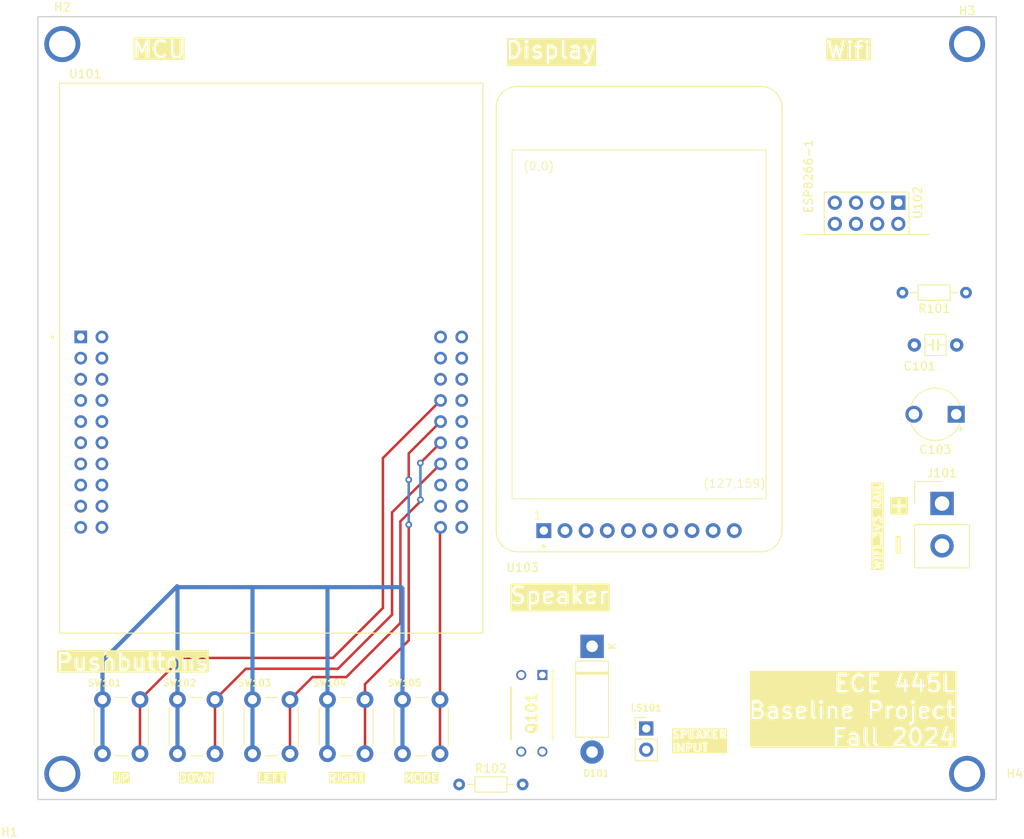
<source format=kicad_pcb>
(kicad_pcb (version 20240108) (generator "pcbnew") (generator_version "8.0")
  (title_block (title "ECE 445L Baseline Project") (date "2024-08-07") (rev "v1.0.1") (company "The University of Texas at Austin"))
  (layers (0 "F.Cu" signal) (31 "B.Cu" signal) (34 "B.Paste" user) (35 "F.Paste" user) (36 "B.SilkS" user "B.Silkscreen") (37 "F.SilkS" user "F.Silkscreen") (38 "B.Mask" user) (39 "F.Mask" user) (44 "Edge.Cuts" user))
  (net 0 "")
  (net 1 "/WIFI_3V3")
  (net 2 "GND")
  (net 3 "+3V3")
  (net 4 "Net-(D101-A)")
  (net 5 "Net-(U102-Ch_PD)")
  (net 7 "+5V")
  (net 8 "PB1")
  (net 9 "PC4")
  (net 10 "PC7")
  (net 11 "PC6")
  (net 12 "PC5")
  (net 13 "PF4")
  (net 14 "PA4")
  (net 15 "PD0")
  (net 16 "PB0")
  (net 17 "PE5")
  (net 18 "PE2")
  (net 19 "PB7")
  (net 20 "PD3")
  (net 21 "PA3")
  (net 22 "PE0")
  (net 23 "PD6")
  (net 24 "PB2")
  (net 25 "PA6")
  (net 26 "PE1")
  (net 27 "PD7")
  (net 28 "PA7")
  (net 29 "PE3")
  (net 30 "Net-(Q101-G)")
  (net 31 "PE4")
  (net 32 "PB5")
  (net 33 "PD2")
  (net 34 "PB6")
  (net 35 "PD1")
  (net 36 "PF3")
  (net 37 "PF0")
  (net 38 "PF2")
  (net 39 "PB3")
  (net 40 "PB4")
  (net 41 "PA2")
  (net 42 "PF1")
  (net 43 "PA5")
  (footprint "ECE445L:MountingHole_4_40" (layer "F.Cu") (at 143.51 34.29)
    (property "Reference" "H3" (at 0 -4 0) (layer "F.SilkS"))
    (property "Value" "~")
    (pad "1" thru_hole circle (at 0 0) (size 4.318 4.318) (drill 3.175) (layers "*.Cu" "*.Mask"))
  )
  (footprint "ECE445L:CP_Radial_Tantal200mil" (layer "F.Cu") (at 142.2 78.74 180)
    (property "Reference" "C103" (at 2.5 -4.25 180) (layer "F.SilkS"))
    (property "Value" "4.7uF")
    (fp_line (start -0.539749 -2.055) (end -0.539749 -1.455) (stroke (width 0.12)) (layer "F.SilkS"))
    (fp_line (start -0.839749 -1.755) (end -0.239749 -1.755) (stroke (width 0.12)) (layer "F.SilkS"))
    (fp_arc (start 5.434416 1.0922) (mid 2.5 3.1522) (end -0.434416 1.0922) (stroke (width 0.12)) (layer "F.SilkS"))
    (fp_arc (start -0.434416 -1.0922) (mid 2.5 -3.1522) (end 5.434416 -1.0922) (stroke (width 0.12)) (layer "F.SilkS"))
    (pad "1" thru_hole rect (at 0 0 180) (size 2.032 2.032) (drill 1.27) (layers "*.Cu" "*.Mask") (net 1 "/WIFI_3V3"))
    (pad "2" thru_hole circle (at 5.08 0 180) (size 2.032 2.032) (drill 1.27) (layers "*.Cu" "*.Mask") (net 2 "GND"))
  )
  (footprint "ECE445L:R_Axial_DIN0204_L3.6mm_D1.6mm_P7.62mm_Horizontal" (layer "F.Cu") (at 82.55 123.19)
    (property "Reference" "R102" (at 3.81 -1.92 0) (layer "F.SilkS"))
    (property "Value" "10k")
    (fp_line (start 0.94 0) (end 1.89 0) (stroke (width 0.12)) (layer "F.SilkS"))
    (fp_line (start 1.89 -0.92) (end 1.89 0.92) (stroke (width 0.12)) (layer "F.SilkS"))
    (fp_line (start 1.89 0.92) (end 5.73 0.92) (stroke (width 0.12)) (layer "F.SilkS"))
    (fp_line (start 5.73 -0.92) (end 1.89 -0.92) (stroke (width 0.12)) (layer "F.SilkS"))
    (fp_line (start 5.73 0.92) (end 5.73 -0.92) (stroke (width 0.12)) (layer "F.SilkS"))
    (fp_line (start 6.68 0) (end 5.73 0) (stroke (width 0.12)) (layer "F.SilkS"))
    (pad "1" thru_hole circle (at 0 0) (size 1.4 1.4) (drill 0.7) (layers "*.Cu" "*.Mask") (net 8 "PB1"))
    (pad "2" thru_hole oval (at 7.62 0) (size 1.4 1.4) (drill 0.7) (layers "*.Cu" "*.Mask") (net 30 "Net-(Q101-G)"))
  )
  (footprint "ECE445L:MountingHole_4_40" (layer "F.Cu") (at 34.925 121.92)
    (property "Reference" "H1" (at -6.35 6.985 0) (layer "F.SilkS"))
    (property "Value" "~")
    (pad "1" thru_hole circle (at 0 0) (size 4.318 4.318) (drill 3.175) (layers "*.Cu" "*.Mask"))
  )
  (footprint "Diode_THT:D_5W_P12.70mm_Horizontal" (layer "F.Cu") (at 98.5 106.6 -90)
    (property "Reference" "D101" (at 15.25 -0.5 0) (layer "F.SilkS") (effects (font (size 0.8 0.8))))
    (property "Value" "1V0")
    (fp_line (start 1.78 1.97) (end 10.92 1.97) (stroke (width 0.12)) (layer "F.SilkS"))
    (fp_line (start 10.92 1.97) (end 10.92 -1.97) (stroke (width 0.12)) (layer "F.SilkS"))
    (fp_line (start 1.64 0) (end 1.78 0) (stroke (width 0.12)) (layer "F.SilkS"))
    (fp_line (start 11.06 0) (end 10.92 0) (stroke (width 0.12)) (layer "F.SilkS"))
    (fp_line (start 1.78 -1.97) (end 1.78 1.97) (stroke (width 0.12)) (layer "F.SilkS"))
    (fp_line (start 3.115 -1.97) (end 3.115 1.97) (stroke (width 0.12)) (layer "F.SilkS"))
    (fp_line (start 3.235 -1.97) (end 3.235 1.97) (stroke (width 0.12)) (layer "F.SilkS"))
    (fp_line (start 3.355 -1.97) (end 3.355 1.97) (stroke (width 0.12)) (layer "F.SilkS"))
    (fp_line (start 10.92 -1.97) (end 1.78 -1.97) (stroke (width 0.12)) (layer "F.SilkS"))
    (fp_text user "K" (at 0 -2.4 90) (layer "F.SilkS") (effects (font (size 0.8 0.8))))
    (pad "1" thru_hole rect (at 0 0 270) (size 2.8 2.8) (drill 1.4) (layers "*.Cu" "*.Mask") (net 3 "+3V3"))
    (pad "2" thru_hole oval (at 12.7 0 270) (size 2.8 2.8) (drill 1.4) (layers "*.Cu" "*.Mask") (net 4 "Net-(D101-A)"))
  )
  (footprint "Button_Switch_THT:SW_PUSH_6mm" (layer "F.Cu") (at 57.75 119.5 90)
    (property "Reference" "SW103" (at 8.5 0.25 180) (layer "F.SilkS") (effects (font (size 0.8 0.8))))
    (property "Value" "LEFT")
    (fp_line (start 5.5 -1) (end 1 -1) (stroke (width 0.12)) (layer "F.SilkS"))
    (fp_line (start -0.25 1.5) (end -0.25 3) (stroke (width 0.12)) (layer "F.SilkS"))
    (fp_line (start 6.75 3) (end 6.75 1.5) (stroke (width 0.12)) (layer "F.SilkS"))
    (fp_line (start 1 5.5) (end 5.5 5.5) (stroke (width 0.12)) (layer "F.SilkS"))
    (pad "1" thru_hole circle (at 0 0 180) (size 2 2) (drill 1.1) (layers "*.Cu" "*.Mask") (net 2 "GND"))
    (pad "1" thru_hole circle (at 6.5 0 180) (size 2 2) (drill 1.1) (layers "*.Cu" "*.Mask") (net 2 "GND"))
    (pad "2" thru_hole circle (at 0 4.5 180) (size 2 2) (drill 1.1) (layers "*.Cu" "*.Mask") (net 11 "PC6"))
    (pad "2" thru_hole circle (at 6.5 4.5 180) (size 2 2) (drill 1.1) (layers "*.Cu" "*.Mask") (net 11 "PC6"))
  )
  (footprint "Button_Switch_THT:SW_PUSH_6mm" (layer "F.Cu") (at 39.75 119.5 90)
    (property "Reference" "SW101" (at 8.5 0.25 180) (layer "F.SilkS") (effects (font (size 0.8 0.8))))
    (property "Value" "UP")
    (fp_line (start 5.5 -1) (end 1 -1) (stroke (width 0.12)) (layer "F.SilkS"))
    (fp_line (start -0.25 1.5) (end -0.25 3) (stroke (width 0.12)) (layer "F.SilkS"))
    (fp_line (start 6.75 3) (end 6.75 1.5) (stroke (width 0.12)) (layer "F.SilkS"))
    (fp_line (start 1 5.5) (end 5.5 5.5) (stroke (width 0.12)) (layer "F.SilkS"))
    (pad "1" thru_hole circle (at 0 0 180) (size 2 2) (drill 1.1) (layers "*.Cu" "*.Mask") (net 2 "GND"))
    (pad "1" thru_hole circle (at 6.5 0 180) (size 2 2) (drill 1.1) (layers "*.Cu" "*.Mask") (net 2 "GND"))
    (pad "2" thru_hole circle (at 0 4.5 180) (size 2 2) (drill 1.1) (layers "*.Cu" "*.Mask") (net 9 "PC4"))
    (pad "2" thru_hole circle (at 6.5 4.5 180) (size 2 2) (drill 1.1) (layers "*.Cu" "*.Mask") (net 9 "PC4"))
  )
  (footprint "Button_Switch_THT:SW_PUSH_6mm" (layer "F.Cu") (at 48.75 119.5 90)
    (property "Reference" "SW102" (at 8.5 0.25 180) (layer "F.SilkS") (effects (font (size 0.8 0.8))))
    (property "Value" "DOWN")
    (fp_line (start 5.5 -1) (end 1 -1) (stroke (width 0.12)) (layer "F.SilkS"))
    (fp_line (start -0.25 1.5) (end -0.25 3) (stroke (width 0.12)) (layer "F.SilkS"))
    (fp_line (start 6.75 3) (end 6.75 1.5) (stroke (width 0.12)) (layer "F.SilkS"))
    (fp_line (start 1 5.5) (end 5.5 5.5) (stroke (width 0.12)) (layer "F.SilkS"))
    (pad "1" thru_hole circle (at 0 0 180) (size 2 2) (drill 1.1) (layers "*.Cu" "*.Mask") (net 2 "GND"))
    (pad "1" thru_hole circle (at 6.5 0 180) (size 2 2) (drill 1.1) (layers "*.Cu" "*.Mask") (net 2 "GND"))
    (pad "2" thru_hole circle (at 0 4.5 180) (size 2 2) (drill 1.1) (layers "*.Cu" "*.Mask") (net 10 "PC7"))
    (pad "2" thru_hole circle (at 6.5 4.5 180) (size 2 2) (drill 1.1) (layers "*.Cu" "*.Mask") (net 10 "PC7"))
  )
  (footprint "ECE445L:MountingHole_4_40" (layer "F.Cu") (at 143.51 121.92)
    (property "Reference" "H4" (at 5.715 0 0) (layer "F.SilkS"))
    (property "Value" "~")
    (pad "1" thru_hole circle (at 0 0) (size 4.318 4.318) (drill 3.175) (layers "*.Cu" "*.Mask"))
  )
  (footprint "ECE445L:DIP920W60P254L490H457Q4N" (layer "F.Cu") (at 91.27 114.648 -90)
    (property "Reference" "Q101" (at 0 0 -90) (layer "F.SilkS") (effects (font (size 1.27 1.27) (thickness 0.254))))
    (property "Value" "IRLD024PBF" (hide yes))
    (fp_line (start -3.145 2.5) (end 3.145 2.5) (stroke (width 0.2)) (layer "F.SilkS"))
    (fp_line (start -5.202 -2.5) (end 3.145 -2.5) (stroke (width 0.2)) (layer "F.SilkS"))
    (pad "1" thru_hole rect (at -4.602 -1.27 270) (size 1.2 1.2) (drill 0.8) (layers "*.Cu" "*.Mask") (net 4 "Net-(D101-A)"))
    (pad "2" thru_hole circle (at -4.602 1.27 270) (size 1.2 1.2) (drill 0.8) (layers "*.Cu" "*.Mask") (net 4 "Net-(D101-A)"))
    (pad "3" thru_hole circle (at 4.602 1.27 270) (size 1.2 1.2) (drill 0.8) (layers "*.Cu" "*.Mask") (net 30 "Net-(Q101-G)"))
    (pad "4" thru_hole circle (at 4.602 -1.27 270) (size 1.2 1.2) (drill 0.8) (layers "*.Cu" "*.Mask") (net 2 "GND"))
  )
  (footprint "ECE445L:R_Axial_DIN0204_L3.6mm_D1.6mm_P7.62mm_Horizontal" (layer "F.Cu") (at 143.37 64.135 180)
    (property "Reference" "R101" (at 3.81 -1.92 180) (layer "F.SilkS"))
    (property "Value" "10k")
    (fp_line (start 6.68 0) (end 5.73 0) (stroke (width 0.12)) (layer "F.SilkS"))
    (fp_line (start 5.73 0.92) (end 5.73 -0.92) (stroke (width 0.12)) (layer "F.SilkS"))
    (fp_line (start 5.73 -0.92) (end 1.89 -0.92) (stroke (width 0.12)) (layer "F.SilkS"))
    (fp_line (start 1.89 0.92) (end 5.73 0.92) (stroke (width 0.12)) (layer "F.SilkS"))
    (fp_line (start 1.89 -0.92) (end 1.89 0.92) (stroke (width 0.12)) (layer "F.SilkS"))
    (fp_line (start 0.94 0) (end 1.89 0) (stroke (width 0.12)) (layer "F.SilkS"))
    (pad "1" thru_hole circle (at 0 0 180) (size 1.4 1.4) (drill 0.7) (layers "*.Cu" "*.Mask") (net 1 "/WIFI_3V3"))
    (pad "2" thru_hole oval (at 7.62 0 180) (size 1.4 1.4) (drill 0.7) (layers "*.Cu" "*.Mask") (net 5 "Net-(U102-Ch_PD)"))
  )
  (footprint "Connector_PinHeader_2.54mm:PinHeader_1x02_P2.54mm_Vertical" (layer "F.Cu") (at 105 116.475)
    (property "Reference" "LS101" (at 0 -2.475 180) (layer "F.SilkS") (effects (font (size 0.8 0.8))))
    (property "Value" "Speaker")
    (fp_line (start -1.33 -1.33) (end 0 -1.33) (stroke (width 0.12)) (layer "F.SilkS"))
    (fp_line (start -1.33 0) (end -1.33 -1.33) (stroke (width 0.12)) (layer "F.SilkS"))
    (fp_line (start -1.33 1.27) (end -1.33 3.87) (stroke (width 0.12)) (layer "F.SilkS"))
    (fp_line (start -1.33 1.27) (end 1.33 1.27) (stroke (width 0.12)) (layer "F.SilkS"))
    (fp_line (start -1.33 3.87) (end 1.33 3.87) (stroke (width 0.12)) (layer "F.SilkS"))
    (fp_line (start 1.33 1.27) (end 1.33 3.87) (stroke (width 0.12)) (layer "F.SilkS"))
    (pad "1" thru_hole rect (at 0 0) (size 1.7 1.7) (drill 1) (layers "*.Cu" "*.Mask") (net 3 "+3V3"))
    (pad "2" thru_hole oval (at 0 2.54) (size 1.7 1.7) (drill 1) (layers "*.Cu" "*.Mask") (net 4 "Net-(D101-A)"))
  )
  (footprint "ECE445L:MountingHole_4_40" (layer "F.Cu") (at 34.925 34.29)
    (property "Reference" "H2" (at 0 -4.445 0) (layer "F.SilkS"))
    (property "Value" "~")
    (pad "1" thru_hole circle (at 0 0) (size 4.318 4.318) (drill 3.175) (layers "*.Cu" "*.Mask"))
  )
  (footprint "Button_Switch_THT:SW_PUSH_6mm" (layer "F.Cu") (at 75.75 119.5 90)
    (property "Reference" "SW105" (at 8.5 0.25 180) (layer "F.SilkS") (effects (font (size 0.8 0.8))))
    (property "Value" "MODE")
    (fp_line (start 5.5 -1) (end 1 -1) (stroke (width 0.12)) (layer "F.SilkS"))
    (fp_line (start -0.25 1.5) (end -0.25 3) (stroke (width 0.12)) (layer "F.SilkS"))
    (fp_line (start 6.75 3) (end 6.75 1.5) (stroke (width 0.12)) (layer "F.SilkS"))
    (fp_line (start 1 5.5) (end 5.5 5.5) (stroke (width 0.12)) (layer "F.SilkS"))
    (pad "1" thru_hole circle (at 0 0 180) (size 2 2) (drill 1.1) (layers "*.Cu" "*.Mask") (net 2 "GND"))
    (pad "1" thru_hole circle (at 6.5 0 180) (size 2 2) (drill 1.1) (layers "*.Cu" "*.Mask") (net 2 "GND"))
    (pad "2" thru_hole circle (at 0 4.5 180) (size 2 2) (drill 1.1) (layers "*.Cu" "*.Mask") (net 13 "PF4"))
    (pad "2" thru_hole circle (at 6.5 4.5 180) (size 2 2) (drill 1.1) (layers "*.Cu" "*.Mask") (net 13 "PF4"))
  )
  (footprint "ECE445L:PinHeader_2x04_P2.54mm_Vertical" (layer "F.Cu") (at 135.255 53.335 -90)
    (property "Reference" "U102" (at 0 -2.33 90) (layer "F.SilkS"))
    (property "Value" "ESP8266-1" (at -3.175 10.795 90) (layer "F.SilkS"))
    (fp_line (start -1.27 8.89) (end 3.81 8.89) (stroke (width 0.12)) (layer "F.SilkS"))
    (fp_line (start -1.27 -1.27) (end -1.27 8.89) (stroke (width 0.12)) (layer "F.SilkS"))
    (fp_line (start -1.27 -1.27) (end 3.81 -1.27) (stroke (width 0.12)) (layer "F.SilkS"))
    (fp_line (start 3.81 -3.81) (end 3.81 11.43) (stroke (width 0.12)) (layer "F.SilkS"))
    (pad "1" thru_hole rect (at 0 0 270) (size 1.7 1.7) (drill 1) (layers "*.Cu" "*.Mask") (net 27 "PD7"))
    (pad "2" thru_hole oval (at 0 2.54 270) (size 1.7 1.7) (drill 1) (layers "*.Cu" "*.Mask") (net 1 "/WIFI_3V3"))
    (pad "3" thru_hole oval (at 0 5.08 270) (size 1.7 1.7) (drill 1) (layers "*.Cu" "*.Mask") (net 40 "PB4"))
    (pad "4" thru_hole oval (at 0 7.62 270) (size 1.7 1.7) (drill 1) (layers "*.Cu" "*.Mask") (net 2 "GND"))
    (pad "5" thru_hole oval (at 2.54 7.62 270) (size 1.7 1.7) (drill 1) (layers "*.Cu" "*.Mask") (net 23 "PD6"))
    (pad "6" thru_hole oval (at 2.54 5.08 270) (size 1.7 1.7) (drill 1) (layers "*.Cu" "*.Mask") (net 5 "Net-(U102-Ch_PD)"))
    (pad "7" thru_hole oval (at 2.54 2.54 270) (size 1.7 1.7) (drill 1) (layers "*.Cu" "*.Mask") (net 32 "PB5"))
    (pad "8" thru_hole oval (at 2.54 0 270) (size 1.7 1.7) (drill 1) (layers "*.Cu" "*.Mask") (net 1 "/WIFI_3V3"))
  )
  (footprint "ECE445L:ti_EKTM4C123GXL" (layer "F.Cu") (at 60 72)
    (property "Reference" "U101" (at -22.325 -34.135 0) (layer "F.SilkS"))
    (property "Value" "EK-TM4C123GXL")
    (fp_line (start -25.4 -33.02) (end -25.4 33.02) (stroke (width 0.127)) (layer "F.SilkS"))
    (fp_line (start -25.4 33.02) (end 25.4 33.02) (stroke (width 0.127)) (layer "F.SilkS"))
    (fp_line (start 25.4 -33.02) (end -25.4 -33.02) (stroke (width 0.127)) (layer "F.SilkS"))
    (fp_line (start 25.4 33.02) (end 25.4 -33.02) (stroke (width 0.127)) (layer "F.SilkS"))
    (fp_circle (center -26.25 -2.54) (end -26.15 -2.54) (stroke (width 0.2)) (fill none) (layer "F.SilkS"))
    (pad "J1_1" thru_hole rect (at -22.86 -2.54) (size 1.52 1.52) (drill 0.89) (layers "*.Cu" "*.Mask") (net 3 "+3V3"))
    (pad "J1_2" thru_hole circle (at -22.86 0) (size 1.52 1.52) (drill 0.89) (layers "*.Cu" "*.Mask") (net 32 "PB5"))
    (pad "J1_3" thru_hole circle (at -22.86 2.54) (size 1.52 1.52) (drill 0.89) (layers "*.Cu" "*.Mask") (net 16 "PB0"))
    (pad "J1_4" thru_hole circle (at -22.86 5.08) (size 1.52 1.52) (drill 0.89) (layers "*.Cu" "*.Mask") (net 8 "PB1"))
    (pad "J1_5" thru_hole circle (at -22.86 7.62) (size 1.52 1.52) (drill 0.89) (layers "*.Cu" "*.Mask") (net 31 "PE4"))
    (pad "J1_6" thru_hole circle (at -22.86 10.16) (size 1.52 1.52) (drill 0.89) (layers "*.Cu" "*.Mask") (net 17 "PE5"))
    (pad "J1_7" thru_hole circle (at -22.86 12.7) (size 1.52 1.52) (drill 0.89) (layers "*.Cu" "*.Mask") (net 40 "PB4"))
    (pad "J1_8" thru_hole circle (at -22.86 15.24) (size 1.52 1.52) (drill 0.89) (layers "*.Cu" "*.Mask") (net 43 "PA5"))
    (pad "J1_9" thru_hole circle (at -22.86 17.78) (size 1.52 1.52) (drill 0.89) (layers "*.Cu" "*.Mask") (net 25 "PA6"))
    (pad "J1_10" thru_hole circle (at -22.86 20.32) (size 1.52 1.52) (drill 0.89) (layers "*.Cu" "*.Mask") (net 28 "PA7"))
    (pad "J2_1" thru_hole circle (at 22.86 -2.54) (size 1.52 1.52) (drill 0.89) (layers "*.Cu" "*.Mask") (net 2 "GND"))
    (pad "J2_2" thru_hole circle (at 22.86 0) (size 1.52 1.52) (drill 0.89) (layers "*.Cu" "*.Mask") (net 24 "PB2"))
    (pad "J2_3" thru_hole circle (at 22.86 2.54) (size 1.52 1.52) (drill 0.89) (layers "*.Cu" "*.Mask") (net 22 "PE0"))
    (pad "J2_4" thru_hole circle (at 22.86 5.08) (size 1.52 1.52) (drill 0.89) (layers "*.Cu" "*.Mask") (net 37 "PF0"))
    (pad "J2_5" thru_hole circle (at 22.86 7.62) (size 1.52 1.52) (drill 0.89) (layers "*.Cu" "*.Mask"))
    (pad "J2_6" thru_hole circle (at 22.86 10.16) (size 1.52 1.52) (drill 0.89) (layers "*.Cu" "*.Mask") (net 19 "PB7"))
    (pad "J2_7" thru_hole circle (at 22.86 12.7) (size 1.52 1.52) (drill 0.89) (layers "*.Cu" "*.Mask") (net 34 "PB6"))
    (pad "J2_8" thru_hole circle (at 22.86 15.24) (size 1.52 1.52) (drill 0.89) (layers "*.Cu" "*.Mask") (net 14 "PA4"))
    (pad "J2_9" thru_hole circle (at 22.86 17.78) (size 1.52 1.52) (drill 0.89) (layers "*.Cu" "*.Mask") (net 21 "PA3"))
    (pad "J2_10" thru_hole circle (at 22.86 20.32) (size 1.52 1.52) (drill 0.89) (layers "*.Cu" "*.Mask") (net 41 "PA2"))
    (pad "J3_1" thru_hole circle (at -20.32 -2.54) (size 1.52 1.52) (drill 0.89) (layers "*.Cu" "*.Mask") (net 7 "+5V"))
    (pad "J3_2" thru_hole circle (at -20.32 0) (size 1.52 1.52) (drill 0.89) (layers "*.Cu" "*.Mask") (net 2 "GND"))
    (pad "J3_3" thru_hole circle (at -20.32 2.54) (size 1.52 1.52) (drill 0.89) (layers "*.Cu" "*.Mask") (net 15 "PD0"))
    (pad "J3_4" thru_hole circle (at -20.32 5.08) (size 1.52 1.52) (drill 0.89) (layers "*.Cu" "*.Mask") (net 35 "PD1"))
    (pad "J3_5" thru_hole circle (at -20.32 7.62) (size 1.52 1.52) (drill 0.89) (layers "*.Cu" "*.Mask") (net 33 "PD2"))
    (pad "J3_6" thru_hole circle (at -20.32 10.16) (size 1.52 1.52) (drill 0.89) (layers "*.Cu" "*.Mask") (net 20 "PD3"))
    (pad "J3_7" thru_hole circle (at -20.32 12.7) (size 1.52 1.52) (drill 0.89) (layers "*.Cu" "*.Mask") (net 26 "PE1"))
    (pad "J3_8" thru_hole circle (at -20.32 15.24) (size 1.52 1.52) (drill 0.89) (layers "*.Cu" "*.Mask") (net 18 "PE2"))
    (pad "J3_9" thru_hole circle (at -20.32 17.78) (size 1.52 1.52) (drill 0.89) (layers "*.Cu" "*.Mask") (net 29 "PE3"))
    (pad "J3_10" thru_hole circle (at -20.32 20.32) (size 1.52 1.52) (drill 0.89) (layers "*.Cu" "*.Mask") (net 42 "PF1"))
    (pad "J4_1" thru_hole circle (at 20.32 -2.54) (size 1.52 1.52) (drill 0.89) (layers "*.Cu" "*.Mask") (net 38 "PF2"))
    (pad "J4_2" thru_hole circle (at 20.32 0) (size 1.52 1.52) (drill 0.89) (layers "*.Cu" "*.Mask") (net 36 "PF3"))
    (pad "J4_3" thru_hole circle (at 20.32 2.54) (size 1.52 1.52) (drill 0.89) (layers "*.Cu" "*.Mask") (net 39 "PB3"))
    (pad "J4_4" thru_hole circle (at 20.32 5.08) (size 1.52 1.52) (drill 0.89) (layers "*.Cu" "*.Mask") (net 9 "PC4"))
    (pad "J4_5" thru_hole circle (at 20.32 7.62) (size 1.52 1.52) (drill 0.89) (layers "*.Cu" "*.Mask") (net 12 "PC5"))
    (pad "J4_6" thru_hole circle (at 20.32 10.16) (size 1.52 1.52) (drill 0.89) (layers "*.Cu" "*.Mask") (net 11 "PC6"))
    (pad "J4_7" thru_hole circle (at 20.32 12.7) (size 1.52 1.52) (drill 0.89) (layers "*.Cu" "*.Mask") (net 10 "PC7"))
    (pad "J4_8" thru_hole circle (at 20.32 15.24) (size 1.52 1.52) (drill 0.89) (layers "*.Cu" "*.Mask") (net 23 "PD6"))
    (pad "J4_9" thru_hole circle (at 20.32 17.78) (size 1.52 1.52) (drill 0.89) (layers "*.Cu" "*.Mask") (net 27 "PD7"))
    (pad "J4_10" thru_hole circle (at 20.32 20.32) (size 1.52 1.52) (drill 0.89) (layers "*.Cu" "*.Mask") (net 13 "PF4"))
  )
  (footprint "ECE445L:adafruit_st7735r2" (layer "F.Cu") (at 104.14 67.31)
    (property "Reference" "U103" (at -13.97 29.845 360) (layer "F.SilkS"))
    (property "Value" "Adafruit ST7735R")
    (fp_line (start -17.145 -25.4) (end -17.145 25.4) (stroke (width 0.127)) (layer "F.SilkS"))
    (fp_line (start -14.605 27.94) (end 14.605 27.94) (stroke (width 0.127)) (layer "F.SilkS"))
    (fp_line (start 14.605 -27.94) (end -14.605 -27.94) (stroke (width 0.127)) (layer "F.SilkS"))
    (fp_line (start 17.145 25.4) (end 17.145 -25.4) (stroke (width 0.127)) (layer "F.SilkS"))
    (fp_rect (start -15.24 -20.32) (end 15.24 21.59) (stroke (width 0.1)) (fill none) (layer "F.SilkS"))
    (fp_arc (start -17.145 -25.4) (mid -16.401051 -27.196051) (end -14.605 -27.94) (stroke (width 0.127)) (layer "F.SilkS"))
    (fp_arc (start -14.605 27.94) (mid -16.401051 27.196051) (end -17.145 25.4) (stroke (width 0.127)) (layer "F.SilkS"))
    (fp_arc (start 14.605 -27.94) (mid 16.401051 -27.196051) (end 17.145 -25.4) (stroke (width 0.127)) (layer "F.SilkS"))
    (fp_arc (start 17.145 25.4) (mid 16.401051 27.196051) (end 14.605 27.94) (stroke (width 0.127)) (layer "F.SilkS"))
    (fp_circle (center -11.43 27.305) (end -11.2776 27.305) (stroke (width 0.2032)) (fill none) (layer "F.SilkS"))
    (fp_text user "(0,0)" (at -13.97 -17.78 0) (layer "F.SilkS") (effects (font (thickness 0.1)) (justify left bottom)))
    (fp_text user "(127,159)" (at 7.62 20.32 0) (layer "F.SilkS") (effects (font (thickness 0.1)) (justify left bottom)))
    (fp_text user "1" (at -12.7 24.13 0) (layer "F.SilkS") (effects (font (thickness 0.1)) (justify left bottom)))
    (pad "" np_thru_hole circle (at -14.605 -25.4 90) (size 2.2 2.2) (drill 2.2) (layers "*.Cu" "*.Mask"))
    (pad "" np_thru_hole circle (at -14.605 25.4 90) (size 2.2 2.2) (drill 2.2) (layers "F&B.Cu" "*.Mask"))
    (pad "" np_thru_hole circle (at 14.605 -25.4 90) (size 2.2 2.2) (drill 2.2) (layers "F&B.Cu" "*.Mask"))
    (pad "" np_thru_hole circle (at 14.605 25.4 90) (size 2.2 2.2) (drill 2.2) (layers "F&B.Cu" "*.Mask"))
    (pad "1" thru_hole rect (at -11.43 25.4 90) (size 1.778 1.778) (drill 1.016) (layers "*.Cu" "*.Mask") (net 2 "GND"))
    (pad "2" thru_hole circle (at -8.89 25.4 90) (size 1.778 1.778) (drill 1.016) (layers "*.Cu" "*.Mask") (net 3 "+3V3"))
    (pad "3" thru_hole circle (at -6.35 25.4 90) (size 1.778 1.778) (drill 1.016) (layers "*.Cu" "*.Mask") (net 28 "PA7"))
    (pad "4" thru_hole circle (at -3.81 25.4 90) (size 1.778 1.778) (drill 1.016) (layers "*.Cu" "*.Mask") (net 25 "PA6"))
    (pad "5" thru_hole circle (at -1.27 25.4 90) (size 1.778 1.778) (drill 1.016) (layers "*.Cu" "*.Mask") (net 16 "PB0"))
    (pad "6" thru_hole circle (at 1.27 25.4 90) (size 1.778 1.778) (drill 1.016) (layers "*.Cu" "*.Mask") (net 21 "PA3"))
    (pad "7" thru_hole circle (at 3.81 25.4 90) (size 1.778 1.778) (drill 1.016) (layers "*.Cu" "*.Mask") (net 43 "PA5"))
    (pad "8" thru_hole circle (at 6.35 25.4 90) (size 1.778 1.778) (drill 1.016) (layers "*.Cu" "*.Mask") (net 41 "PA2"))
    (pad "9" thru_hole circle (at 8.89 25.4 90) (size 1.778 1.778) (drill 1.016) (layers "*.Cu" "*.Mask") (net 14 "PA4"))
    (pad "10" thru_hole circle (at 11.43 25.4 90) (size 1.778 1.778) (drill 1.016) (layers "*.Cu" "*.Mask") (net 3 "+3V3"))
  )
  (footprint "Button_Switch_THT:SW_PUSH_6mm" (layer "F.Cu") (at 66.75 119.5 90)
    (property "Reference" "SW104" (at 8.5 0.25 180) (layer "F.SilkS") (effects (font (size 0.8 0.8))))
    (property "Value" "RIGHT")
    (fp_line (start 5.5 -1) (end 1 -1) (stroke (width 0.12)) (layer "F.SilkS"))
    (fp_line (start -0.25 1.5) (end -0.25 3) (stroke (width 0.12)) (layer "F.SilkS"))
    (fp_line (start 6.75 3) (end 6.75 1.5) (stroke (width 0.12)) (layer "F.SilkS"))
    (fp_line (start 1 5.5) (end 5.5 5.5) (stroke (width 0.12)) (layer "F.SilkS"))
    (pad "1" thru_hole circle (at 0 0 180) (size 2 2) (drill 1.1) (layers "*.Cu" "*.Mask") (net 2 "GND"))
    (pad "1" thru_hole circle (at 6.5 0 180) (size 2 2) (drill 1.1) (layers "*.Cu" "*.Mask") (net 2 "GND"))
    (pad "2" thru_hole circle (at 0 4.5 180) (size 2 2) (drill 1.1) (layers "*.Cu" "*.Mask") (net 12 "PC5"))
    (pad "2" thru_hole circle (at 6.5 4.5 180) (size 2 2) (drill 1.1) (layers "*.Cu" "*.Mask") (net 12 "PC5"))
  )
  (footprint "Connector_Samtec_HPM_THT:Samtec_HPM-02-01-x-S_Straight_1x02_Pitch5.08mm" (layer "F.Cu") (at 140.5 89.455)
    (property "Reference" "J101" (at 0 -3.65 0) (layer "F.SilkS"))
    (property "Value" "EXT_3V3")
    (fp_line (start -3.285 -2.65) (end 0 -2.65) (stroke (width 0.12)) (layer "F.SilkS"))
    (fp_line (start -3.285 0) (end -3.285 -2.65) (stroke (width 0.12)) (layer "F.SilkS"))
    (fp_line (start -3.285 2.54) (end -3.285 7.73) (stroke (width 0.12)) (layer "F.SilkS"))
    (fp_line (start -3.285 2.54) (end 3.285 2.54) (stroke (width 0.12)) (layer "F.SilkS"))
    (fp_line (start -3.285 7.73) (end 3.285 7.73) (stroke (width 0.12)) (layer "F.SilkS"))
    (fp_line (start 3.285 2.54) (end 3.285 7.73) (stroke (width 0.12)) (layer "F.SilkS"))
    (pad "1" thru_hole rect (at 0 0) (size 2.8 2.8) (drill 1.75) (layers "*.Cu" "*.Mask") (net 1 "/WIFI_3V3"))
    (pad "2" thru_hole circle (at 0 5.08) (size 2.8 2.8) (drill 1.75) (layers "*.Cu" "*.Mask") (net 2 "GND"))
  )
  (footprint "ECE445L:C_Axial_200mil" (layer "F.Cu") (at 142.25625 70.42 180)
    (property "Reference" "C101" (at 4.445 -2.54 180) (layer "F.SilkS"))
    (property "Value" "100nF")
    (fp_line (start 3.81 1.27) (end 3.81 -1.27) (stroke (width 0.12)) (layer "F.SilkS"))
    (fp_line (start 3.81 -1.27) (end 1.27 -1.27) (stroke (width 0.12)) (layer "F.SilkS"))
    (fp_line (start 3.4925 0) (end 2.8575 0) (stroke (width 0.12)) (layer "F.SilkS"))
    (fp_line (start 2.8575 0.635) (end 2.8575 -0.635) (stroke (width 0.2032)) (layer "F.SilkS"))
    (fp_line (start 2.2225 0.635) (end 2.2225 -0.635) (stroke (width 0.2032)) (layer "F.SilkS"))
    (fp_line (start 2.2225 0) (end 1.5875 0) (stroke (width 0.12)) (layer "F.SilkS"))
    (fp_line (start 1.27 1.27) (end 3.81 1.27) (stroke (width 0.12)) (layer "F.SilkS"))
    (fp_line (start 1.27 -1.27) (end 1.27 1.27) (stroke (width 0.12)) (layer "F.SilkS"))
    (pad "1" thru_hole circle (at 0 0 180) (size 1.6 1.6) (drill 0.8) (layers "*.Cu" "*.Mask") (net 1 "/WIFI_3V3"))
    (pad "2" thru_hole oval (at 5.08 0 180) (size 1.6 1.6) (drill 0.8) (layers "*.Cu" "*.Mask") (net 2 "GND"))
  )
  (gr_rect (start 32 31) (end 147 125) (stroke (width 0.15)) (fill none) (layer "Edge.Cuts"))
  (gr_text "Display" (at 88 35 0) (layer "F.SilkS" knockout) (effects (font (size 2 2) (thickness 0.25)) (justify left)))
  (gr_text "Speaker" (at 88.5 100.5 0) (layer "F.SilkS" knockout) (effects (font (size 2 2) (thickness 0.25)) (justify left)))
  (gr_text "+" (at 134 90.75 0) (layer "F.SilkS" knockout) (effects (font (size 2 2)) (justify left bottom)))
  (gr_text "DOWN" (at 51 123 0) (layer "F.SilkS" knockout) (effects (font (size 1 1)) (justify bottom)))
  (gr_text "MCU" (at 43.18 34.925 0) (layer "F.SilkS" knockout) (effects (font (size 2 2) (thickness 0.25)) (justify left)))
  (gr_text "UP" (at 42 123 0) (layer "F.SilkS" knockout) (effects (font (size 1 1)) (justify bottom)))
  (gr_text "MODE" (at 78 123 0) (layer "F.SilkS" knockout) (effects (font (size 1 1)) (justify bottom)))
  (gr_text "WIFI_3V3 RAIL" (at 132.75 97.5 90) (layer "F.SilkS" knockout) (effects (font (size 1 1)) (justify left)))
  (gr_text "ECE 445L\nBaseline Project\nFall 2024" (at 142.24 114.3 0) (layer "F.SilkS" knockout) (effects (font (size 2 2) (thickness 0.25)) (justify right)))
  (gr_text "Wifi" (at 126.5 35 0) (layer "F.SilkS" knockout) (effects (font (size 2 2) (thickness 0.25)) (justify left)))
  (gr_text "SPEAKER\nINPUT" (at 108 118 0) (layer "F.SilkS" knockout) (effects (font (size 1 1)) (justify left)))
  (gr_text "-" (at 136.25 95.75 90) (layer "F.SilkS" knockout) (effects (font (size 2 2)) (justify left bottom)))
  (gr_text "Pushbuttons" (at 34 108.5 0) (layer "F.SilkS" knockout) (effects (font (size 2 2) (thickness 0.25)) (justify left)))
  (gr_text "LEFT" (at 60 123 0) (layer "F.SilkS" knockout) (effects (font (size 1 1)) (justify bottom)))
  (gr_text "RIGHT" (at 69 123 0) (layer "F.SilkS" knockout) (effects (font (size 1 1)) (justify bottom)))
  (segment (start 66.75 113) (end 66.75 99.65) (width 0.5) (layer "B.Cu") (net 2))
  (segment (start 39.75 108.35) (end 48.7 99.4) (width 0.5) (layer "B.Cu") (net 2))
  (segment (start 75.75 99.65) (end 75.6 99.5) (width 0.5) (layer "B.Cu") (net 2))
  (segment (start 48.75 99.45) (end 48.7 99.4) (width 0.5) (layer "B.Cu") (net 2))
  (segment (start 48.7 99.4) (end 48.8 99.5) (width 0.5) (layer "B.Cu") (net 2))
  (segment (start 57.75 113) (end 57.75 99.55) (width 0.5) (layer "B.Cu") (net 2))
  (segment (start 48.75 119.5) (end 48.75 113) (width 0.5) (layer "B.Cu") (net 2))
  (segment (start 75.75 113) (end 75.75 99.65) (width 0.5) (layer "B.Cu") (net 2))
  (segment (start 66.75 99.65) (end 66.6 99.5) (width 0.5) (layer "B.Cu") (net 2))
  (segment (start 66.75 119.5) (end 66.75 113) (width 0.5) (layer "B.Cu") (net 2))
  (segment (start 66.6 99.5) (end 75.6 99.5) (width 0.5) (layer "B.Cu") (net 2))
  (segment (start 48.75 113) (end 48.75 99.45) (width 0.5) (layer "B.Cu") (net 2))
  (segment (start 57.75 99.55) (end 57.7 99.5) (width 0.5) (layer "B.Cu") (net 2))
  (segment (start 75.75 119.5) (end 75.75 113) (width 0.5) (layer "B.Cu") (net 2))
  (segment (start 57.75 119.5) (end 57.75 113) (width 0.5) (layer "B.Cu") (net 2))
  (segment (start 39.75 119.5) (end 39.75 113) (width 0.5) (layer "B.Cu") (net 2))
  (segment (start 39.75 113) (end 39.75 108.35) (width 0.5) (layer "B.Cu") (net 2))
  (segment (start 48.8 99.5) (end 57.7 99.5) (width 0.5) (layer "B.Cu") (net 2))
  (segment (start 57.7 99.5) (end 66.6 99.5) (width 0.5) (layer "B.Cu") (net 2))
  (segment (start 98.785 119.015) (end 98.5 119.3) (width 0.5) (layer "F.Cu") (net 4))
  (segment (start 67.4 108) (end 73.4 102) (width 0.3) (layer "F.Cu") (net 9))
  (segment (start 49.25 108) (end 67.4 108) (width 0.3) (layer "F.Cu") (net 9))
  (segment (start 73.4 84) (end 80.32 77.08) (width 0.3) (layer "F.Cu") (net 9))
  (segment (start 73.4 102) (end 73.4 84) (width 0.3) (layer "F.Cu") (net 9))
  (segment (start 44.25 119.5) (end 44.25 113) (width 0.3) (layer "F.Cu") (net 9))
  (segment (start 44.25 113) (end 49.25 108) (width 0.3) (layer "F.Cu") (net 9))
  (segment (start 53.25 119.5) (end 53.25 113) (width 0.3) (layer "F.Cu") (net 10))
  (segment (start 68 109.3) (end 74.5 102.8) (width 0.3) (layer "F.Cu") (net 10))
  (segment (start 53.25 113) (end 56.95 109.3) (width 0.3) (layer "F.Cu") (net 10))
  (segment (start 74.5 102.8) (end 74.5 90.52) (width 0.3) (layer "F.Cu") (net 10))
  (segment (start 74.5 90.52) (end 80.32 84.7) (width 0.3) (layer "F.Cu") (net 10))
  (segment (start 56.95 109.3) (end 68 109.3) (width 0.3) (layer "F.Cu") (net 10))
  (segment (start 75.5 103.8) (end 69 110.3) (width 0.3) (layer "F.Cu") (net 11))
  (segment (start 75.5 91.6) (end 75.5 103.8) (width 0.3) (layer "F.Cu") (net 11))
  (segment (start 77.9 89) (end 77.9 89.2) (width 0.3) (layer "F.Cu") (net 11))
  (segment (start 69 110.3) (end 64.95 110.3) (width 0.3) (layer "F.Cu") (net 11))
  (segment (start 64.95 110.3) (end 62.25 113) (width 0.3) (layer "F.Cu") (net 11))
  (segment (start 77.9 89.2) (end 75.5 91.6) (width 0.3) (layer "F.Cu") (net 11))
  (segment (start 77.89 84.59) (end 80.32 82.16) (width 0.3) (layer "F.Cu") (net 11))
  (segment (start 62.25 113) (end 62.25 119.5) (width 0.3) (layer "F.Cu") (net 11))
  (via (at 77.9 89) (size 0.8) (drill 0.4) (layers "F.Cu" "B.Cu") (net 11))
  (via (at 77.89 84.59) (size 0.8) (drill 0.4) (layers "F.Cu" "B.Cu") (net 11))
  (segment (start 77.9 84.6) (end 77.9 89) (width 0.3) (layer "B.Cu") (net 11))
  (segment (start 77.89 84.59) (end 77.9 84.6) (width 0.3) (layer "B.Cu") (net 11))
  (segment (start 76.5 83.44) (end 80.32 79.62) (width 0.3) (layer "F.Cu") (net 12))
  (segment (start 71.25 111.15) (end 71.25 119.5) (width 0.3) (layer "F.Cu") (net 12))
  (segment (start 76.5 86.6) (end 76.5 83.44) (width 0.3) (layer "F.Cu") (net 12))
  (segment (start 76.5 92) (end 76.5 105.9) (width 0.3) (layer "F.Cu") (net 12))
  (segment (start 76.5 105.9) (end 71.25 111.15) (width 0.3) (layer "F.Cu") (net 12))
  (via (at 76.5 92) (size 0.8) (drill 0.4) (layers "F.Cu" "B.Cu") (net 12))
  (via (at 76.5 86.6) (size 0.8) (drill 0.4) (layers "F.Cu" "B.Cu") (net 12))
  (segment (start 76.5 92) (end 76.5 86.6) (width 0.3) (layer "B.Cu") (net 12))
  (segment (start 80.25 119.5) (end 80.25 92.39) (width 0.3) (layer "F.Cu") (net 13))
  (segment (start 80.25 92.39) (end 80.32 92.32) (width 0.3) (layer "F.Cu") (net 13))
  (segment (start 82.86 73.94) (end 82.86 74.54) (width 0.3) (layer "F.Cu") (net 22))
  (segment (start 39.68 84.52) (end 39.68 84.7) (width 0.3) (layer "F.Cu") (net 26))
)
</source>
